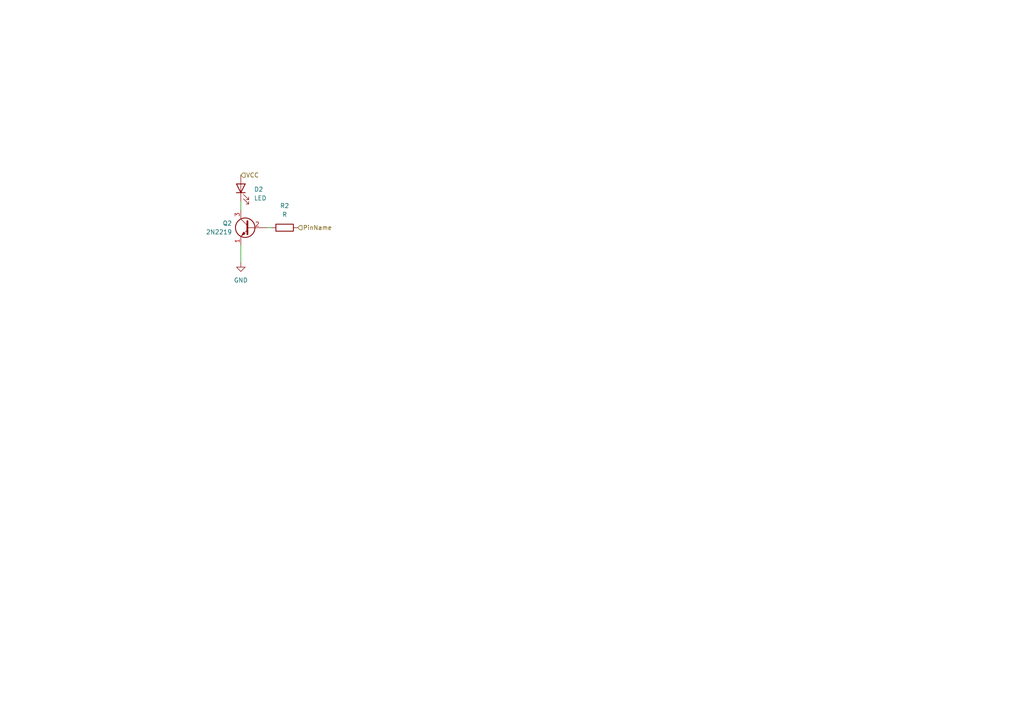
<source format=kicad_sch>
(kicad_sch (version 20250114) (generator "eeschema") (generator_version "9.0")
  (paper "A4")
  (lib_symbols
    (symbol "Device:LED" (pin_numbers (hide yes)) (pin_names (offset 1.016) (hide yes))
      (property "Reference" "D" (at 0 2.54 0))
      (property "Value" "LED" (at 0 -2.54 0))
      (symbol "LED_0_1"
        (polyline (pts (xy -3.048 -0.762) (xy -4.572 -2.286) (xy -3.81 -2.286) (xy -4.572 -2.286) (xy -4.572 -1.524)))
        (polyline (pts (xy -1.778 -0.762) (xy -3.302 -2.286) (xy -2.54 -2.286) (xy -3.302 -2.286) (xy -3.302 -1.524)))
        (polyline (pts (xy -1.27 0) (xy 1.27 0)))
        (polyline (pts (xy -1.27 -1.27) (xy -1.27 1.27)) (stroke (width 0.254)))
        (polyline (pts (xy 1.27 -1.27) (xy 1.27 1.27) (xy -1.27 0) (xy 1.27 -1.27)) (stroke (width 0.254)))
      )
      (symbol "LED_1_1"
        (pin passive line (at -3.81 0 0) (length 2.54) (name "K") (number "1"))
        (pin passive line (at 3.81 0 180) (length 2.54) (name "A") (number "2"))
      )
    )
    (symbol "Device:R" (pin_numbers (hide yes)) (pin_names (offset 0))
      (property "Reference" "R" (at 2.032 0 90))
      (property "Value" "R" (at 0 0 90))
      (symbol "R_0_1"
        (rectangle (start -1.016 -2.54) (end 1.016 2.54) (stroke (width 0.254)))
      )
      (symbol "R_1_1"
        (pin passive line (at 0 3.81 270) (length 1.27) (name "~") (number "1"))
        (pin passive line (at 0 -3.81 90) (length 1.27) (name "~") (number "2"))
      )
    )
    (symbol "Transistor_BJT:2N2219" (pin_names (offset 0) (hide yes))
      (property "Reference" "Q" (at 5.08 1.905 0))
      (property "Value" "2N2219" (at 5.08 0 0))
      (symbol "2N2219_0_1"
        (polyline (pts (xy 0.635 1.905) (xy 0.635 -1.905) (xy 0.635 -1.905)) (stroke (width 0.508)))
        (polyline (pts (xy 0.635 0.635) (xy 2.54 2.54)))
        (polyline (pts (xy 0.635 -0.635) (xy 2.54 -2.54) (xy 2.54 -2.54)))
        (circle (center 1.27 0) (radius 2.8194) (stroke (width 0.254)))
        (polyline (pts (xy 1.27 -1.778) (xy 1.778 -1.27) (xy 2.286 -2.286) (xy 1.27 -1.778) (xy 1.27 -1.778)) (fill (type outline)))
      )
      (symbol "2N2219_1_1"
        (pin passive line (at -5.08 0 0) (length 5.715) (name "B") (number "2"))
        (pin passive line (at 2.54 5.08 270) (length 2.54) (name "C") (number "3"))
        (pin passive line (at 2.54 -5.08 90) (length 2.54) (name "E") (number "1"))
      )
    )
    (symbol "power:GND" (power) (pin_numbers (hide yes)) (pin_names (offset 0) (hide yes))
      (property "Value" "GND" (at 0 -3.81 0))
      (symbol "GND_0_1"
        (polyline (pts (xy 0 0) (xy 0 -1.27) (xy 1.27 -1.27) (xy 0 -2.54) (xy -1.27 -1.27) (xy 0 -1.27)))
      )
      (symbol "GND_1_1"
        (pin power_in line (at 0 0 270) (length 0) (name "~") (number "1"))
      )
    )
  )
  (wire (pts (xy 69.85 58.42) (xy 69.85 60.96)))
  (wire (pts (xy 69.85 76.2) (xy 69.85 71.12)))
  (wire (pts (xy 77.47 66.04) (xy 78.74 66.04)))
  (hierarchical_label "PinName" (shape input) (at 86.36 66.04 0))
  (hierarchical_label "VCC" (shape input) (at 69.85 50.8 0))
  (symbol (lib_id "Device:LED") (at 69.85 54.61 90) (unit 1)
    (property "Reference" "D2" (at 73.66 54.9274 90) (effects (justify right)))
    (property "Value" "LED" (at 73.66 57.4674 90) (effects (justify right)))
    (property "Footprint" "LED_THT:LED_D5.0mm" (effects (hide yes)))
    (property "Description" "Light emitting diode" (effects (hide yes)))
    (instances (project "InvitaciónTDS_general" (path "" (reference "D2") (unit 1)) (path "" (reference "D4") (unit 1)) (path "" (reference "D6") (unit 1)) (path "" (reference "D5") (unit 1)) (path "" (reference "D3") (unit 1)) (path "" (reference "D1") (unit 1))))
  )
  (symbol (lib_id "power:GND") (at 69.85 76.2 0) (unit 1)
    (property "Reference" "#PWR02" (effects (hide yes)))
    (property "Value" "GND" (at 69.85 81.28 0))
    (property "Description" "Power symbol creates a global label with name \"GND\" , ground" (effects (hide yes)))
    (instances (project "InvitaciónTDS_general" (path "" (reference "#PWR02") (unit 1)) (path "" (reference "#PWR04") (unit 1)) (path "" (reference "#PWR06") (unit 1)) (path "" (reference "#PWR05") (unit 1)) (path "" (reference "#PWR03") (unit 1)) (path "" (reference "#PWR01") (unit 1))))
  )
  (symbol (lib_id "Device:R") (at 82.55 66.04 90) (unit 1)
    (property "Reference" "R2" (at 82.55 59.69 90))
    (property "Value" "R" (at 82.55 62.23 90))
    (property "Footprint" "Resistor_THT:R_Axial_DIN0207_L6.3mm_D2.5mm_P10.16mm_Horizontal" (effects (hide yes)))
    (property "Description" "Resistor" (effects (hide yes)))
    (instances (project "InvitaciónTDS_general" (path "" (reference "R2") (unit 1)) (path "" (reference "R4") (unit 1)) (path "" (reference "R6") (unit 1)) (path "" (reference "R5") (unit 1)) (path "" (reference "R3") (unit 1)) (path "" (reference "R1") (unit 1))))
  )
  (symbol (lib_id "Transistor_BJT:2N2219") (at 72.39 66.04 0) (mirror y) (unit 1)
    (property "Reference" "Q2" (at 67.31 64.7699 0) (effects (justify left)))
    (property "Value" "2N2219" (at 67.31 67.3099 0) (effects (justify left)))
    (property "Footprint" "Package_TO_SOT_THT:TO-92_Inline" (effects (hide yes)))
    (property "Datasheet" "http://www.onsemi.com/pub_link/Collateral/2N2219-D.PDF" (effects (hide yes)))
    (property "Description" "800mA Ic, 50V Vce, NPN Transistor, TO-39" (effects (hide yes)))
    (instances (project "InvitaciónTDS_general" (path "" (reference "Q2") (unit 1)) (path "" (reference "Q4") (unit 1)) (path "" (reference "Q6") (unit 1)) (path "" (reference "Q5") (unit 1)) (path "" (reference "Q3") (unit 1)) (path "" (reference "Q1") (unit 1))))
  )
)
</source>
